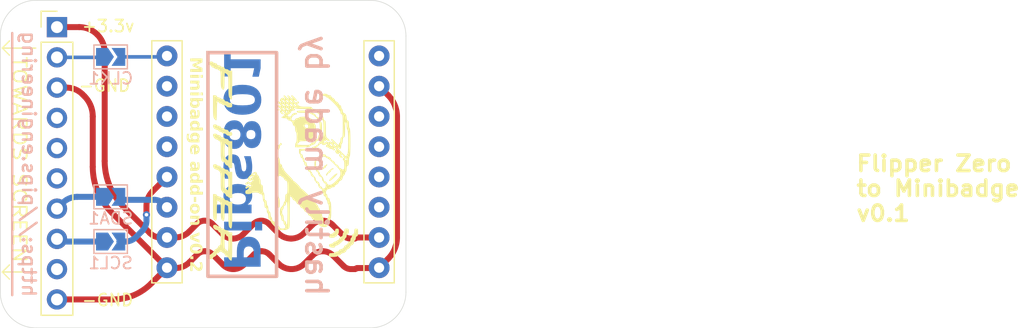
<source format=kicad_pcb>
(kicad_pcb (version 20240108) (generator "pcbnew") (generator_version "8.0")
  (layers (0 "F.Cu" signal) (31 "B.Cu" signal) (34 "B.Paste" user) (35 "F.Paste" user) (36 "B.SilkS" user "B.Silkscreen") (37 "F.SilkS" user "F.Silkscreen") (38 "B.Mask" user) (39 "F.Mask" user) (44 "Edge.Cuts" user))
  (net 0 "")
  (net 1 "Net-(F0-Pin_10)")
  (net 4 "Net-(F0-Pin_1)")
  (net 5 "Net-(F0-Pin_2)")
  (net 8 "Net-(F0-Pin_7)")
  (net 17 "Net-(MB1-SDA)")
  (net 18 "Net-(MB1-SCL)")
  (net 19 "Net-(MB1-CLK)")
  (net 20 "Net-(F0-Pin_8)")
  (footprint "LOGO" (layer "F.Cu") (at 190.75 85.25 -90)
    (property "Reference" "G***" (hide yes))
    (property "Value" "LOGO" (hide yes))
  )
  (footprint "MiniBadge:MiniBadge_Slot_Basic" (layer "F.Cu") (at 200.02 75.15 -90)
    (property "Reference" "MB1" (hide yes))
    (property "Value" "MiniBadge_Full" (hide yes))
    (pad "1" thru_hole circle (at 1.27 1.27 270) (size 1.75 1.75) (drill 0.85) (layers "*.Cu" "*.Mask"))
    (pad "2" thru_hole circle (at 3.81 1.27 270) (size 1.75 1.75) (drill 0.85) (layers "*.Cu" "*.Mask") (net 1 "Net-(F0-Pin_10)"))
    (pad "3" thru_hole circle (at 6.35 1.27 270) (size 1.75 1.75) (drill 0.85) (layers "*.Cu" "*.Mask"))
    (pad "4" thru_hole circle (at 8.89 1.27 270) (size 1.75 1.75) (drill 0.85) (layers "*.Cu" "*.Mask"))
    (pad "5" thru_hole circle (at 11.43 1.27 270) (size 1.75 1.75) (drill 0.85) (layers "*.Cu" "*.Mask"))
    (pad "6" thru_hole circle (at 13.97 1.27 270) (size 1.75 1.75) (drill 0.85) (layers "*.Cu" "*.Mask"))
    (pad "7" thru_hole circle (at 16.51 1.27 270) (size 1.75 1.75) (drill 0.85) (layers "*.Cu" "*.Mask") (net 4 "Net-(F0-Pin_1)"))
    (pad "8" thru_hole circle (at 19.05 1.27 270) (size 1.75 1.75) (drill 0.85) (layers "*.Cu" "*.Mask") (net 1 "Net-(F0-Pin_10)"))
    (pad "9" thru_hole circle (at 1.27 19.05 270) (size 1.75 1.75) (drill 0.85) (layers "*.Cu" "*.Mask") (net 19 "Net-(MB1-CLK)"))
    (pad "10" thru_hole circle (at 3.81 19.05 270) (size 1.75 1.75) (drill 0.85) (layers "*.Cu" "*.Mask"))
    (pad "11" thru_hole circle (at 6.35 19.05 270) (size 1.75 1.75) (drill 0.85) (layers "*.Cu" "*.Mask"))
    (pad "12" thru_hole circle (at 8.89 19.05 270) (size 1.75 1.75) (drill 0.85) (layers "*.Cu" "*.Mask"))
    (pad "13" thru_hole circle (at 11.43 19.05 270) (size 1.75 1.75) (drill 0.85) (layers "*.Cu" "*.Mask") (net 18 "Net-(MB1-SCL)"))
    (pad "14" thru_hole circle (at 13.97 19.05 270) (size 1.75 1.75) (drill 0.85) (layers "*.Cu" "*.Mask") (net 17 "Net-(MB1-SDA)"))
    (pad "15" thru_hole circle (at 16.51 19.05 270) (size 1.75 1.75) (drill 0.85) (layers "*.Cu" "*.Mask") (net 4 "Net-(F0-Pin_1)"))
    (pad "16" thru_hole circle (at 19.05 19.05 270) (size 1.75 1.75) (drill 0.85) (layers "*.Cu" "*.Mask") (net 1 "Net-(F0-Pin_10)"))
  )
  (footprint "Connector_PinHeader_2.54mm:PinHeader_1x10_P2.54mm_Vertical" (layer "F.Cu") (at 171.75 74)
    (property "Reference" "F0" (hide yes))
    (property "Value" "Conn_01x10_Pin" (hide yes))
    (pad "1" thru_hole rect (at 0 0) (size 1.7 1.7) (drill 1) (layers "*.Cu" "*.Mask") (net 4 "Net-(F0-Pin_1)"))
    (pad "2" thru_hole oval (at 0 2.54) (size 1.7 1.7) (drill 1) (layers "*.Cu" "*.Mask") (net 5 "Net-(F0-Pin_2)"))
    (pad "3" thru_hole oval (at 0 5.08) (size 1.7 1.7) (drill 1) (layers "*.Cu" "*.Mask") (net 1 "Net-(F0-Pin_10)"))
    (pad "4" thru_hole oval (at 0 7.62) (size 1.7 1.7) (drill 1) (layers "*.Cu" "*.Mask"))
    (pad "5" thru_hole oval (at 0 10.16) (size 1.7 1.7) (drill 1) (layers "*.Cu" "*.Mask"))
    (pad "6" thru_hole oval (at 0 12.7) (size 1.7 1.7) (drill 1) (layers "*.Cu" "*.Mask"))
    (pad "7" thru_hole oval (at 0 15.24) (size 1.7 1.7) (drill 1) (layers "*.Cu" "*.Mask") (net 8 "Net-(F0-Pin_7)"))
    (pad "8" thru_hole oval (at 0 17.78) (size 1.7 1.7) (drill 1) (layers "*.Cu" "*.Mask") (net 20 "Net-(F0-Pin_8)"))
    (pad "9" thru_hole oval (at 0 20.32) (size 1.7 1.7) (drill 1) (layers "*.Cu" "*.Mask"))
    (pad "10" thru_hole oval (at 0 22.86) (size 1.7 1.7) (drill 1) (layers "*.Cu" "*.Mask") (net 1 "Net-(F0-Pin_10)"))
  )
  (footprint "Jumper:SolderJumper-2_P1.3mm_Open_TrianglePad1.0x1.5mm" (layer "B.Cu") (at 176.25 92)
    (property "Reference" "SCL1" (at 0 1.8 0) (layer "B.SilkS") (effects (justify mirror)))
    (property "Value" "SCL")
    (pad "1" smd custom (at -0.725 0) (size 0.3 0.3) (layers "B.Cu" "B.Mask") (net 20 "Net-(F0-Pin_8)") (options (clearance outline) (anchor rect)) (primitives (gr_poly (pts (xy 1 0) (xy 0.5 -0.75) (xy -0.5 -0.75) (xy -0.5 0.75) (xy 0.5 0.75)) (width 0) (fill yes))))
    (pad "2" smd custom (at 0.725 0) (size 0.3 0.3) (layers "B.Cu" "B.Mask") (net 18 "Net-(MB1-SCL)") (options (clearance outline) (anchor rect)) (primitives (gr_poly (pts (xy 0.5 -0.75) (xy -0.65 -0.75) (xy -0.15 0) (xy -0.65 0.75) (xy 0.5 0.75)) (width 0) (fill yes))))
  )
  (footprint "Jumper:SolderJumper-2_P1.3mm_Open_TrianglePad1.0x1.5mm" (layer "B.Cu") (at 176.25 76.5)
    (property "Reference" "CLK1" (at 0 1.8 0) (layer "B.SilkS") (effects (justify mirror)))
    (property "Value" "CLK")
    (pad "1" smd custom (at -0.725 0) (size 0.3 0.3) (layers "B.Cu" "B.Mask") (net 5 "Net-(F0-Pin_2)") (options (clearance outline) (anchor rect)) (primitives (gr_poly (pts (xy 1 0) (xy 0.5 -0.75) (xy -0.5 -0.75) (xy -0.5 0.75) (xy 0.5 0.75)) (width 0) (fill yes))))
    (pad "2" smd custom (at 0.725 0) (size 0.3 0.3) (layers "B.Cu" "B.Mask") (net 19 "Net-(MB1-CLK)") (options (clearance outline) (anchor rect)) (primitives (gr_poly (pts (xy 0.5 -0.75) (xy -0.65 -0.75) (xy -0.15 0) (xy -0.65 0.75) (xy 0.5 0.75)) (width 0) (fill yes))))
  )
  (footprint "Jumper:SolderJumper-2_P1.3mm_Open_TrianglePad1.0x1.5mm" (layer "B.Cu") (at 176.25 88.25)
    (property "Reference" "SDA1" (at 0 1.8 0) (layer "B.SilkS") (effects (justify mirror)))
    (property "Value" "SCL")
    (pad "1" smd custom (at -0.725 0) (size 0.3 0.3) (layers "B.Cu" "B.Mask") (net 8 "Net-(F0-Pin_7)") (options (clearance outline) (anchor rect)) (primitives (gr_poly (pts (xy 1 0) (xy 0.5 -0.75) (xy -0.5 -0.75) (xy -0.5 0.75) (xy 0.5 0.75)) (width 0) (fill yes))))
    (pad "2" smd custom (at 0.725 0) (size 0.3 0.3) (layers "B.Cu" "B.Mask") (net 17 "Net-(MB1-SDA)") (options (clearance outline) (anchor rect)) (primitives (gr_poly (pts (xy 0.5 -0.75) (xy -0.65 -0.75) (xy -0.15 0) (xy -0.65 0.75) (xy 0.5 0.75)) (width 0) (fill yes))))
  )
  (gr_line (start 168 96.5) (end 168 74.5) (stroke (width 0.2)) (layer "B.SilkS"))
  (gr_rect (start 184.402841 76.142213) (end 190.156718 94.92306) (stroke (width 0.3)) (fill none) (layer "B.SilkS"))
  (gr_line (start 167.77 75.16) (end 167.17 75.76) (stroke (width 0.1)) (layer "F.SilkS"))
  (gr_line (start 167.17 75.76) (end 167.77 76.36) (stroke (width 0.1)) (layer "F.SilkS"))
  (gr_line (start 167.17 94.56) (end 167.77 93.96) (stroke (width 0.1)) (layer "F.SilkS"))
  (gr_line (start 167.77 93.96) (end 167.17 94.56) (stroke (width 0.1)) (layer "F.SilkS"))
  (gr_line (start 169.97 94.56) (end 167.17 94.56) (stroke (width 0.1)) (layer "F.SilkS"))
  (gr_line (start 167.17 94.56) (end 169.97 94.56) (stroke (width 0.1)) (layer "F.SilkS"))
  (gr_line (start 167.17 75.76) (end 169.97 75.76) (stroke (width 0.1)) (layer "F.SilkS"))
  (gr_line (start 167.17 94.56) (end 167.77 95.16) (stroke (width 0.1)) (layer "F.SilkS"))
  (gr_line (start 169.97 75.76) (end 167.17 75.76) (stroke (width 0.1)) (layer "F.SilkS"))
  (gr_line (start 167.17 75.76) (end 167.77 75.16) (stroke (width 0.1)) (layer "F.SilkS"))
  (gr_arc (start 201 96.25) (mid 200.12132 98.37132) (end 198 99.25) (stroke (width 0.05)) (layer "Edge.Cuts"))
  (gr_arc (start 198 71.75) (mid 200.12132 72.62868) (end 201 74.75) (stroke (width 0.05)) (layer "Edge.Cuts"))
  (gr_arc (start 167 74.75) (mid 167.87868 72.62868) (end 170 71.75) (stroke (width 0.05)) (layer "Edge.Cuts"))
  (gr_line (start 201 74.75) (end 201 96.25) (stroke (width 0.05)) (layer "Edge.Cuts"))
  (gr_line (start 170 71.75) (end 198 71.75) (stroke (width 0.05)) (layer "Edge.Cuts"))
  (gr_arc (start 170 99.25) (mid 167.87868 98.37132) (end 167 96.25) (stroke (width 0.05)) (layer "Edge.Cuts"))
  (gr_line (start 167 96.25) (end 167 74.75) (stroke (width 0.05)) (layer "Edge.Cuts"))
  (gr_line (start 198 99.25) (end 170 99.25) (stroke (width 0.05)) (layer "Edge.Cuts"))
  (gr_text "Pips801" (at 185.25 94.5 -90) (layer "B.Cu") (effects (font (size 3 3)) (justify left bottom mirror)))
  (gr_text "https://pips.engineering" (at 168.75 85.5 -90) (layer "B.SilkS") (effects (font (size 1.1 1.2) (thickness 0.2)) (justify bottom mirror)))
  (gr_text "hastily made by" (at 192.45 96.75 -90) (layer "B.SilkS") (effects (font (size 1.8 1.8) (thickness 0.3) (bold yes)) (justify left bottom mirror)))
  (gr_text "Minibadge add-on v0.2" (at 182.75 76.5 -90) (layer "F.SilkS") (effects (font (size 1 1) (thickness 0.1)) (justify left bottom)))
  (gr_text "-GND" (at 173.5 79.5 0) (layer "F.SilkS") (effects (font (size 1 1)) (justify left bottom)))
  (gr_text "Flipper Zero\nto Minibadge\nv0.1" (at 238.6 90.4 0) (layer "F.SilkS") (effects (font (size 1.3 1.4) (thickness 0.3) (bold yes)) (justify left bottom)))
  (gr_text "-GND" (at 173.75 97.5 0) (layer "F.SilkS") (effects (font (size 1 1)) (justify left bottom)))
  (gr_text "TOWARDS SCREEN" (at 167.97 76.36 -90) (layer "F.SilkS") (effects (font (size 1.1 1.3)) (justify left bottom)))
  (gr_text "+3.3v" (at 173.75 74.5 0) (layer "F.SilkS") (effects (font (size 1 1)) (justify left bottom)))
  (segment (start 174.75 85.726036) (end 174.75 81.504091) (width 0.5) (layer "F.Cu") (net 1))
  (segment (start 199.5 79.71) (end 198.75 78.96) (width 0.5) (layer "F.Cu") (net 1))
  (segment (start 195.76364 94.049904) (end 194.882359 93.168623) (width 0.5) (layer "F.Cu") (net 1))
  (segment (start 179.64 95.53) (end 180.97 94.2) (width 0.5) (layer "F.Cu") (net 1))
  (segment (start 193.175252 93.168623) (end 192.470747 93.873128) (width 0.5) (layer "F.Cu") (net 1))
  (segment (start 176.429095 96.86) (end 171.75 96.86) (width 0.5) (layer "F.Cu") (net 1))
  (segment (start 184.793971 93.080235) (end 185.675252 93.961516) (width 0.5) (layer "F.Cu") (net 1))
  (segment (start 200.25 81.52066) (end 200.25 91.639339) (width 0.5) (layer "F.Cu") (net 1))
  (segment (start 181.683806 94.22507) (end 180.998806 94.22507) (width 0.5) (layer "F.Cu") (net 1))
  (segment (start 180.97 94.2) (end 176.343792 89.573792) (width 0.5) (layer "F.Cu") (net 1))
  (segment (start 187.382359 93.961516) (end 188.26364 93.080235) (width 0.5) (layer "F.Cu") (net 1))
  (segment (start 182.853173 93.740701) (end 183.51364 93.080235) (width 0.5) (layer "F.Cu") (net 1))
  (segment (start 189.543971 93.080235) (end 190.336864 93.873128) (width 0.5) (layer "F.Cu") (net 1))
  (segment (start 172.54 79.08) (end 171.75 79.08) (width 0.5) (layer "F.Cu") (net 1))
  (segment (start 173.888614 79.638614) (end 174.04 79.79) (width 0.5) (layer "F.Cu") (net 1))
  (segment (start 196.403806 94.31507) (end 196.715166 94.31507) (width 0.5) (layer "F.Cu") (net 1))
  (segment (start 199.5 93.45) (end 198.75 94.2) (width 0.5) (layer "F.Cu") (net 1))
  (segment (start 196.932445 94.22507) (end 198.778806 94.22507) (width 0.5) (layer "F.Cu") (net 1))
  (arc (start 174.04 79.79) (mid 174.565477 80.576431) (end 174.75 81.504091) (width 0.5) (layer "F.Cu") (net 1))
  (arc (start 190.336864 93.873128) (mid 190.826381 94.200213) (end 191.403806 94.31507) (width 0.5) (layer "F.Cu") (net 1))
  (arc (start 200.25 91.639339) (mid 200.055081 92.619261) (end 199.5 93.45) (width 0.5) (layer "F.Cu") (net 1))
  (arc (start 179.64 95.53) (mid 178.166824 96.514344) (end 176.429095 96.86) (width 0.5) (layer "F.Cu") (net 1))
  (arc (start 182.853173 93.740701) (mid 182.316663 94.099186) (end 181.683806 94.22507) (width 0.5) (layer "F.Cu") (net 1))
  (arc (start 187.382359 93.961516) (mid 186.990745 94.223184) (end 186.528806 94.31507) (width 0.5) (layer "F.Cu") (net 1))
  (arc (start 199.5 79.71) (mid 200.055081 80.540737) (end 200.25 81.52066) (width 0.5) (layer "F.Cu") (net 1))
  (arc (start 185.675252 93.961516) (mid 186.066866 94.223184) (end 186.528806 94.31507) (width 0.5) (layer "F.Cu") (net 1))
  (arc (start 184.153806 92.81507) (mid 183.80735 92.883984) (end 183.51364 93.080235) (width 0.5) (layer "F.Cu") (net 1))
  (arc (start 189.543971 93.080235) (mid 189.25026 92.883984) (end 188.903806 92.81507) (width 0.5) (layer "F.Cu") (net 1))
  (arc (start 188.903806 92.81507) (mid 188.55735 92.883984) (end 188.26364 93.080235) (width 0.5) (layer "F.Cu") (net 1))
  (arc (start 173.888614 79.638614) (mid 173.269864 79.225179) (end 172.54 79.08) (width 0.5) (layer "F.Cu") (net 1))
  (arc (start 195.76364 94.049904) (mid 196.05735 94.246155) (end 196.403806 94.31507) (width 0.5) (layer "F.Cu") (net 1))
  (arc (start 184.793971 93.080235) (mid 184.50026 92.883984) (end 184.153806 92.81507) (width 0.5) (layer "F.Cu") (net 1))
  (arc (start 174.75 85.726036) (mid 175.164213 87.808426) (end 176.343792 89.573792) (width 0.5) (layer "F.Cu") (net 1))
  (arc (start 194.882359 93.168623) (mid 194.490745 92.906955) (end 194.028806 92.81507) (width 0.5) (layer "F.Cu") (net 1))
  (arc (start 194.028806 92.81507) (mid 193.566866 92.906955) (end 193.175252 93.168623) (width 0.5) (layer "F.Cu") (net 1))
  (arc (start 192.470747 93.873128) (mid 191.98123 94.200213) (end 191.403806 94.31507) (width 0.5) (layer "F.Cu") (net 1))
  (arc (start 196.932445 94.22507) (mid 196.87365 94.236765) (end 196.823806 94.27007) (width 0.5) (layer "F.Cu") (net 1))
  (arc (start 196.823806 94.27007) (mid 196.773961 94.303374) (end 196.715166 94.31507) (width 0.5) (layer "F.Cu") (net 1))
  (segment (start 177.343792 89.093792) (end 179.535233 91.285233) (width 0.5) (layer "F.Cu") (net 4))
  (segment (start 196.903639 91.66) (end 198.75 91.66) (width 0.5) (layer "F.Cu") (net 4))
  (segment (start 196.375 91.75) (end 196.68636 91.75) (width 0.5) (layer "F.Cu") (net 4))
  (segment (start 173.616116 74) (end 171.75 74) (width 0.5) (layer "F.Cu") (net 4))
  (segment (start 180.44 91.66) (end 180.97 91.66) (width 0.5) (layer "F.Cu") (net 4))
  (segment (start 187.353553 91.396446) (end 188.234834 90.515165) (width 0.5) (layer "F.Cu") (net 4))
  (segment (start 182.824367 91.175631) (end 183.484834 90.515165) (width 0.5) (layer "F.Cu") (net 4))
  (segment (start 195.734834 91.484834) (end 194.853553 90.603553) (width 0.5) (layer "F.Cu") (net 4))
  (segment (start 189.515165 90.515165) (end 190.308058 91.308058) (width 0.5) (layer "F.Cu") (net 4))
  (segment (start 181.655 91.66) (end 180.97 91.66) (width 0.5) (layer "F.Cu") (net 4))
  (segment (start 184.765165 90.515165) (end 185.646446 91.396446) (width 0.5) (layer "F.Cu") (net 4))
  (segment (start 193.146446 90.603553) (end 192.441941 91.308058) (width 0.5) (layer "F.Cu") (net 4))
  (segment (start 175.75 85.246036) (end 175.75 76.133883) (width 0.5) (layer "F.Cu") (net 4))
  (arc (start 190.308058 91.308058) (mid 190.797575 91.635143) (end 191.375 91.75) (width 0.5) (layer "F.Cu") (net 4))
  (arc (start 185.646446 91.396446) (mid 186.03806 91.658114) (end 186.5 91.75) (width 0.5) (layer "F.Cu") (net 4))
  (arc (start 196.795 91.705) (mid 196.745155 91.738304) (end 196.68636 91.75) (width 0.5) (layer "F.Cu") (net 4))
  (arc (start 195.734834 91.484834) (mid 196.028544 91.681085) (end 196.375 91.75) (width 0.5) (layer "F.Cu") (net 4))
  (arc (start 194 90.25) (mid 193.53806 90.341885) (end 193.146446 90.603553) (width 0.5) (layer "F.Cu") (net 4))
  (arc (start 184.765165 90.515165) (mid 184.471454 90.318914) (end 184.125 90.25) (width 0.5) (layer "F.Cu") (net 4))
  (arc (start 175.125 74.625) (mid 175.587567 75.317281) (end 175.75 76.133883) (width 0.5) (layer "F.Cu") (net 4))
  (arc (start 196.903639 91.66) (mid 196.844844 91.671695) (end 196.795 91.705) (width 0.5) (layer "F.Cu") (net 4))
  (arc (start 184.125 90.25) (mid 183.778544 90.318914) (end 183.484834 90.515165) (width 0.5) (layer "F.Cu") (net 4))
  (arc (start 192.441941 91.308058) (mid 191.952424 91.635143) (end 191.375 91.75) (width 0.5) (layer "F.Cu") (net 4))
  (arc (start 189.515165 90.515165) (mid 189.221454 90.318914) (end 188.875 90.25) (width 0.5) (layer "F.Cu") (net 4))
  (arc (start 175.75 85.246036) (mid 176.164213 87.328426) (end 177.343792 89.093792) (width 0.5) (layer "F.Cu") (net 4))
  (arc (start 188.875 90.25) (mid 188.528544 90.318914) (end 188.234834 90.515165) (width 0.5) (layer "F.Cu") (net 4))
  (arc (start 175.125 74.625) (mid 174.432718 74.162432) (end 173.616116 74) (width 0.5) (layer "F.Cu") (net 4))
  (arc (start 182.824367 91.175631) (mid 182.287857 91.534116) (end 181.655 91.66) (width 0.5) (layer "F.Cu") (net 4))
  (arc (start 179.535233 91.285233) (mid 179.950343 91.562601) (end 180.44 91.66) (width 0.5) (layer "F.Cu") (net 4))
  (arc (start 194.853553 90.603553) (mid 194.461939 90.341885) (end 194 90.25) (width 0.5) (layer "F.Cu") (net 4))
  (arc (start 187.353553 91.396446) (mid 186.961939 91.658114) (end 186.5 91.75) (width 0.5) (layer "F.Cu") (net 4))
  (segment (start 175.485 76.54) (end 175.525 76.5) (width 0.3) (layer "B.Cu") (net 5))
  (segment (start 171.75 76.54) (end 175.485 76.54) (width 0.3) (layer "B.Cu") (net 5))
  (segment (start 173.440035 88.25) (end 175.525 88.25) (width 0.5) (layer "B.Cu") (net 8))
  (segment (start 172.245 88.745) (end 171.75 89.24) (width 0.5) (layer "B.Cu") (net 8))
  (arc (start 173.440035 88.25) (mid 172.793286 88.378646) (end 172.245 88.745) (width 0.5) (layer "B.Cu") (net 8))
  (segment (start 177.1 88.375) (end 176.975 88.25) (width 0.5) (layer "B.Cu") (net 17))
  (segment (start 179.911593 88.5) (end 177.401776 88.5) (width 0.5) (layer "B.Cu") (net 17))
  (segment (start 180.66 88.81) (end 180.97 89.12) (width 0.5) (layer "B.Cu") (net 17))
  (arc (start 180.66 88.81) (mid 180.316628 88.580566) (end 179.911593 88.5) (width 0.5) (layer "B.Cu") (net 17))
  (arc (start 177.1 88.375) (mid 177.238456 88.467513) (end 177.401776 88.5) (width 0.5) (layer "B.Cu") (net 17))
  (segment (start 179.25 89.025) (end 179.25 89.75) (width 0.5) (layer "F.Cu") (net 18))
  (segment (start 179.762652 87.787347) (end 180.97 86.58) (width 0.5) (layer "F.Cu") (net 18))
  (via (at 179.25 89.75) (size 0.6) (drill 0.3) (layers "F.Cu" "B.Cu") (net 18))
  (arc (start 179.762652 87.787347) (mid 179.383233 88.355187) (end 179.25 89.025) (width 0.5) (layer "F.Cu") (net 18))
  (segment (start 177.4875 92) (end 176.975 92) (width 0.5) (layer "B.Cu") (net 18))
  (segment (start 179.25 90.25) (end 179.25 89.75) (width 0.5) (layer "B.Cu") (net 18))
  (segment (start 178.362392 91.637607) (end 178.896446 91.103553) (width 0.5) (layer "B.Cu") (net 18))
  (arc (start 178.362392 91.637607) (mid 177.960988 91.905817) (end 177.4875 92) (width 0.5) (layer "B.Cu") (net 18))
  (arc (start 179.25 90.25) (mid 179.158114 90.711939) (end 178.896446 91.103553) (width 0.5) (layer "B.Cu") (net 18))
  (segment (start 180.89 76.5) (end 180.97 76.42) (width 0.3) (layer "B.Cu") (net 19))
  (segment (start 176.975 76.5) (end 180.89 76.5) (width 0.3) (layer "B.Cu") (net 19))
  (segment (start 172.125563 92) (end 175.525 92) (width 0.5) (layer "B.Cu") (net 20))
  (segment (start 171.86 91.89) (end 171.75 91.78) (width 0.5) (layer "B.Cu") (net 20))
  (arc (start 171.86 91.89) (mid 171.981841 91.971411) (end 172.125563 92) (width 0.5) (layer "B.Cu") (net 20))
)
</source>
